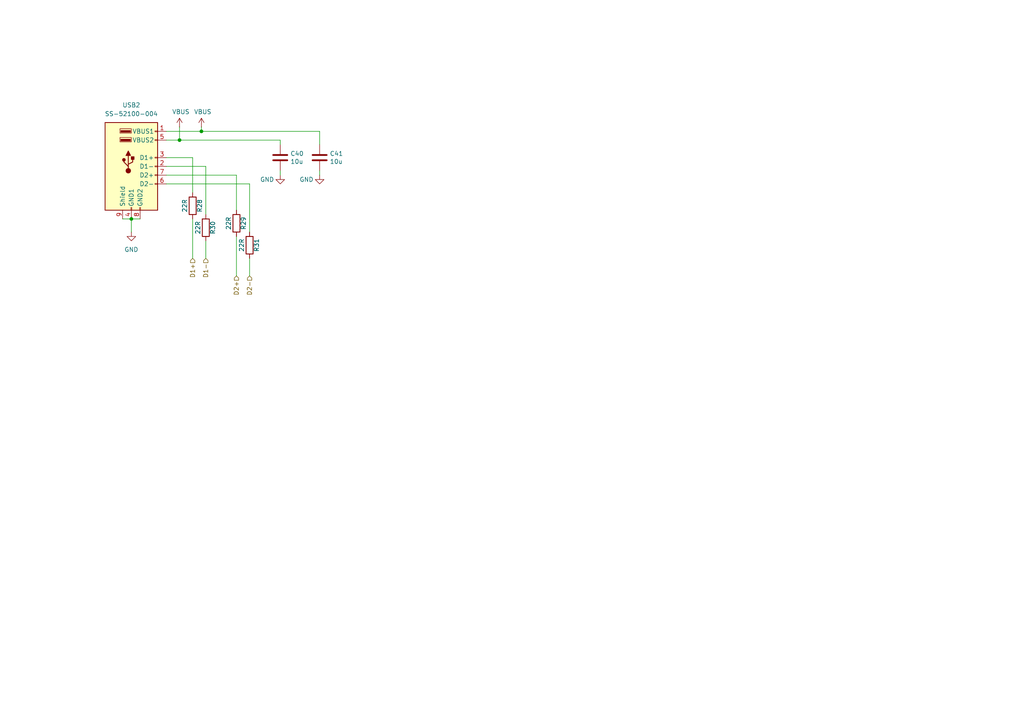
<source format=kicad_sch>
(kicad_sch (version 20250114) (generator "eeschema") (generator_version "9.0")
  (paper "A4")
  (title_block (title "MiniFRANK RM1U") (date "2025-03-04") (rev "1.01") (company "Mikhail Matveev") (comment 1 "https://github.com/xtremespb/frank"))
  (lib_symbols
    (symbol "Connector:USB_A_Stacked" (pin_names (offset 1.016))
      (property "Reference" "J" (at 0 15.875 0))
      (property "Value" "USB_A_Stacked" (at 0 13.97 0))
      (symbol "USB_A_Stacked_0_1"
        (rectangle (start -7.62 12.7) (end 7.62 -12.7) (stroke (width 0.254)) (fill (type background)))
        (circle (center -2.159 1.905) (radius 0.381) (stroke (width 0.254)) (fill (type outline)))
        (polyline (pts (xy -1.524 3.175) (xy -0.254 3.175) (xy -0.889 4.445) (xy -1.524 3.175)) (stroke (width 0.254)) (fill (type outline)))
        (polyline (pts (xy -0.889 0) (xy -0.889 0.635) (xy 0.381 1.27) (xy 0.381 2.54)) (stroke (width 0.254)))
        (polyline (pts (xy -0.889 -0.635) (xy -0.889 0) (xy -2.159 1.27) (xy -2.159 1.905)) (stroke (width 0.254)))
        (circle (center -0.889 -1.27) (radius 0.635) (stroke (width 0.254)) (fill (type outline)))
        (rectangle (start -0.254 9.906) (end -3.048 10.414) (fill (type outline)))
        (rectangle (start -0.254 7.366) (end -3.048 7.874) (fill (type outline)))
        (rectangle (start -0.127 -12.7) (end 0.127 -11.938))
        (rectangle (start 0 9.652) (end -3.302 10.922))
        (rectangle (start 0 7.112) (end -3.302 8.382))
        (rectangle (start 0 2.794) (end 0.762 2.032) (stroke (width 0.254)) (fill (type outline)))
        (rectangle (start 2.413 -12.7) (end 2.667 -11.938))
        (rectangle (start 7.62 10.033) (end 6.858 10.287))
        (rectangle (start 7.62 7.493) (end 6.858 7.747))
        (rectangle (start 7.62 2.413) (end 6.858 2.667))
        (rectangle (start 7.62 -0.127) (end 6.858 0.127))
        (rectangle (start 7.62 -2.667) (end 6.858 -2.413))
        (rectangle (start 7.62 -5.207) (end 6.858 -4.953))
      )
      (symbol "USB_A_Stacked_1_1"
        (polyline (pts (xy -0.889 0.635) (xy -0.889 3.175)) (stroke (width 0.254)))
        (pin passive line (at -2.54 -15.24 90) (length 2.54) (name "Shield") (number "9"))
        (pin power_in line (at 0 -15.24 90) (length 2.54) (name "GND1") (number "4"))
        (pin power_in line (at 2.54 -15.24 90) (length 2.54) (name "GND2") (number "8"))
        (pin power_in line (at 10.16 10.16 180) (length 2.54) (name "VBUS1") (number "1"))
        (pin power_in line (at 10.16 7.62 180) (length 2.54) (name "VBUS2") (number "5"))
        (pin bidirectional line (at 10.16 2.54 180) (length 2.54) (name "D1+") (number "3"))
        (pin bidirectional line (at 10.16 0 180) (length 2.54) (name "D1-") (number "2"))
        (pin bidirectional line (at 10.16 -2.54 180) (length 2.54) (name "D2+") (number "7"))
        (pin bidirectional line (at 10.16 -5.08 180) (length 2.54) (name "D2-") (number "6"))
      )
    )
    (symbol "Device:C" (pin_numbers (hide yes)) (pin_names (offset 0.254))
      (property "Reference" "C" (at 0.635 2.54 0))
      (property "Value" "C" (at 0.635 -2.54 0))
      (symbol "C_0_1"
        (polyline (pts (xy -2.032 0.762) (xy 2.032 0.762)) (stroke (width 0.508)))
        (polyline (pts (xy -2.032 -0.762) (xy 2.032 -0.762)) (stroke (width 0.508)))
      )
      (symbol "C_1_1"
        (pin passive line (at 0 3.81 270) (length 2.794) (name "~") (number "1"))
        (pin passive line (at 0 -3.81 90) (length 2.794) (name "~") (number "2"))
      )
    )
    (symbol "Device:R" (pin_numbers (hide yes)) (pin_names (offset 0))
      (property "Reference" "R" (at 2.032 0 90))
      (property "Value" "R" (at 0 0 90))
      (symbol "R_0_1"
        (rectangle (start -1.016 -2.54) (end 1.016 2.54) (stroke (width 0.254)))
      )
      (symbol "R_1_1"
        (pin passive line (at 0 3.81 270) (length 1.27) (name "~") (number "1"))
        (pin passive line (at 0 -3.81 90) (length 1.27) (name "~") (number "2"))
      )
    )
    (symbol "GND_1" (power) (pin_numbers (hide yes)) (pin_names (offset 0) (hide yes))
      (property "Value" "GND" (at 0 -3.81 0))
      (symbol "GND_1_0_1"
        (polyline (pts (xy 0 0) (xy 0 -1.27) (xy 1.27 -1.27) (xy 0 -2.54) (xy -1.27 -1.27) (xy 0 -1.27)))
      )
      (symbol "GND_1_1_1"
        (pin power_in line (at 0 0 270) (length 0) (name "~") (number "1"))
      )
    )
    (symbol "GND_2" (power) (pin_numbers (hide yes)) (pin_names (offset 0) (hide yes))
      (property "Value" "GND" (at 0 -3.81 0))
      (symbol "GND_2_0_1"
        (polyline (pts (xy 0 0) (xy 0 -1.27) (xy 1.27 -1.27) (xy 0 -2.54) (xy -1.27 -1.27) (xy 0 -1.27)))
      )
      (symbol "GND_2_1_1"
        (pin power_in line (at 0 0 270) (length 0) (name "~") (number "1"))
      )
    )
    (symbol "VBUS_1" (power) (pin_numbers (hide yes)) (pin_names (offset 0) (hide yes))
      (property "Value" "VBUS" (at 0 3.556 0))
      (symbol "VBUS_1_0_1"
        (polyline (pts (xy -0.762 1.27) (xy 0 2.54)))
        (polyline (pts (xy 0 2.54) (xy 0.762 1.27)))
        (polyline (pts (xy 0 0) (xy 0 2.54)))
      )
      (symbol "VBUS_1_1_1"
        (pin power_in line (at 0 0 90) (length 0) (name "~") (number "1"))
      )
    )
    (symbol "power:GND" (power) (pin_numbers (hide yes)) (pin_names (offset 0) (hide yes))
      (property "Value" "GND" (at 0 -3.81 0))
      (symbol "GND_0_1"
        (polyline (pts (xy 0 0) (xy 0 -1.27) (xy 1.27 -1.27) (xy 0 -2.54) (xy -1.27 -1.27) (xy 0 -1.27)))
      )
      (symbol "GND_1_1"
        (pin power_in line (at 0 0 270) (length 0) (name "~") (number "1"))
      )
    )
    (symbol "power:VBUS" (power) (pin_numbers (hide yes)) (pin_names (offset 0) (hide yes))
      (property "Value" "VBUS" (at 0 3.556 0))
      (symbol "VBUS_0_1"
        (polyline (pts (xy -0.762 1.27) (xy 0 2.54)))
        (polyline (pts (xy 0 2.54) (xy 0.762 1.27)))
        (polyline (pts (xy 0 0) (xy 0 2.54)))
      )
      (symbol "VBUS_1_1"
        (pin power_in line (at 0 0 90) (length 0) (name "~") (number "1"))
      )
    )
  )
  (junction (at 58.42 38.1))
  (junction (at 52.07 40.64))
  (junction (at 38.1 63.5))
  (wire (pts (xy 58.42 36.83) (xy 58.42 38.1)))
  (wire (pts (xy 55.88 45.72) (xy 55.88 55.88)))
  (wire (pts (xy 48.26 53.34) (xy 72.39 53.34)))
  (wire (pts (xy 48.26 50.8) (xy 68.58 50.8)))
  (wire (pts (xy 52.07 40.64) (xy 81.28 40.64)))
  (wire (pts (xy 55.88 63.5) (xy 55.88 74.93)))
  (wire (pts (xy 81.28 49.53) (xy 81.28 50.8)))
  (wire (pts (xy 72.39 53.34) (xy 72.39 67.31)))
  (wire (pts (xy 92.71 49.53) (xy 92.71 50.8)))
  (wire (pts (xy 35.56 63.5) (xy 38.1 63.5)))
  (wire (pts (xy 59.69 48.26) (xy 59.69 62.23)))
  (wire (pts (xy 68.58 68.58) (xy 68.58 80.01)))
  (wire (pts (xy 81.28 40.64) (xy 81.28 41.91)))
  (wire (pts (xy 38.1 63.5) (xy 38.1 67.31)))
  (wire (pts (xy 48.26 48.26) (xy 59.69 48.26)))
  (wire (pts (xy 92.71 41.91) (xy 92.71 38.1)))
  (wire (pts (xy 72.39 74.93) (xy 72.39 80.01)))
  (wire (pts (xy 38.1 63.5) (xy 40.64 63.5)))
  (wire (pts (xy 52.07 36.83) (xy 52.07 40.64)))
  (wire (pts (xy 58.42 38.1) (xy 92.71 38.1)))
  (wire (pts (xy 48.26 40.64) (xy 52.07 40.64)))
  (wire (pts (xy 59.69 69.85) (xy 59.69 74.93)))
  (wire (pts (xy 48.26 38.1) (xy 58.42 38.1)))
  (wire (pts (xy 48.26 45.72) (xy 55.88 45.72)))
  (wire (pts (xy 68.58 50.8) (xy 68.58 60.96)))
  (hierarchical_label "D2+" (shape input) (at 68.58 80.01 270))
  (hierarchical_label "D1-" (shape input) (at 59.69 74.93 270))
  (hierarchical_label "D1+" (shape input) (at 55.88 74.93 270))
  (hierarchical_label "D2-" (shape input) (at 72.39 80.01 270))
  (symbol (lib_id "Connector:USB_A_Stacked") (at 38.1 48.26 0) (unit 1)
    (property "Reference" "USB2" (at 38.1 30.48 0))
    (property "Value" "SS-52100-004" (at 38.1 33.02 0))
    (property "Footprint" "FRANK:USB Type A (stacked)" (effects (hide yes)))
    (property "Datasheet" "https://www.belfuse.com/resources/datasheets/stewartconnector/ds-stw-usb-2.0-and-3.0-connectors.pdf" (effects (hide yes)))
    (property "Description" "USB Type A connector, stacked" (effects (hide yes)))
    (property "AliExpress" "https://www.aliexpress.com/item/1005007077769791.html" (effects (hide yes)))
  )
  (symbol (lib_id "Device:C") (at 81.28 45.72 0) (unit 1)
    (property "Reference" "C40" (at 84.201 44.5516 0) (effects (justify left)))
    (property "Value" "10u" (at 84.201 46.863 0) (effects (justify left)))
    (property "Footprint" "FRANK:Capacitor (0805)" (effects (hide yes)))
    (property "Datasheet" "https://eu.mouser.com/datasheet/2/447/KEM_C1075_X7R_HT_SMD-3316221.pdf" (effects (hide yes)))
    (property "AliExpress" "https://www.aliexpress.com/item/33008008276.html" (effects (hide yes)))
  )
  (symbol (lib_id "Device:R") (at 59.69 66.04 0) (mirror x) (unit 1)
    (property "Reference" "R30" (at 61.722 66.04 90))
    (property "Value" "22R" (at 57.404 66.04 90))
    (property "Footprint" "FRANK:Resistor (0805)" (effects (hide yes)))
    (property "Datasheet" "https://www.vishay.com/docs/28952/mcs0402at-mct0603at-mcu0805at-mca1206at.pdf" (effects (hide yes)))
    (property "AliExpress" "https://www.aliexpress.com/item/1005005945735199.html" (effects (hide yes)))
  )
  (symbol (lib_id "Device:C") (at 92.71 45.72 0) (unit 1)
    (property "Reference" "C41" (at 95.631 44.5516 0) (effects (justify left)))
    (property "Value" "10u" (at 95.631 46.863 0) (effects (justify left)))
    (property "Footprint" "FRANK:Capacitor (0805)" (effects (hide yes)))
    (property "Datasheet" "https://eu.mouser.com/datasheet/2/447/KEM_C1075_X7R_HT_SMD-3316221.pdf" (effects (hide yes)))
    (property "AliExpress" "https://www.aliexpress.com/item/33008008276.html" (effects (hide yes)))
  )
  (symbol (lib_name "VBUS_1") (lib_id "power:VBUS") (at 52.07 36.83 0) (unit 1)
    (property "Reference" "#PWR061" (effects (hide yes)))
    (property "Value" "VBUS" (at 52.451 32.4358 0))
    (property "Description" "Power symbol creates a global label with name \"VBUS\"" (effects (hide yes)))
  )
  (symbol (lib_id "power:GND") (at 81.28 50.8 0) (unit 1)
    (property "Reference" "#PWR063" (effects (hide yes)))
    (property "Value" "GND" (at 77.47 52.07 0))
    (property "Description" "Power symbol creates a global label with name \"GND\" , ground" (effects (hide yes)))
  )
  (symbol (lib_id "Device:R") (at 68.58 64.77 0) (mirror x) (unit 1)
    (property "Reference" "R29" (at 70.612 64.77 90))
    (property "Value" "22R" (at 66.294 64.77 90))
    (property "Footprint" "FRANK:Resistor (0805)" (effects (hide yes)))
    (property "Datasheet" "https://www.vishay.com/docs/28952/mcs0402at-mct0603at-mcu0805at-mca1206at.pdf" (effects (hide yes)))
    (property "AliExpress" "https://www.aliexpress.com/item/1005005945735199.html" (effects (hide yes)))
  )
  (symbol (lib_name "GND_2") (lib_id "power:GND") (at 92.71 50.8 0) (unit 1)
    (property "Reference" "#PWR064" (effects (hide yes)))
    (property "Value" "GND" (at 88.9 52.07 0))
    (property "Description" "Power symbol creates a global label with name \"GND\" , ground" (effects (hide yes)))
  )
  (symbol (lib_id "Device:R") (at 55.88 59.69 0) (mirror x) (unit 1)
    (property "Reference" "R28" (at 57.912 59.69 90))
    (property "Value" "22R" (at 53.594 59.69 90))
    (property "Footprint" "FRANK:Resistor (0805)" (effects (hide yes)))
    (property "Datasheet" "https://www.vishay.com/docs/28952/mcs0402at-mct0603at-mcu0805at-mca1206at.pdf" (effects (hide yes)))
    (property "AliExpress" "https://www.aliexpress.com/item/1005005945735199.html" (effects (hide yes)))
  )
  (symbol (lib_id "power:VBUS") (at 58.42 36.83 0) (unit 1)
    (property "Reference" "#PWR062" (effects (hide yes)))
    (property "Value" "VBUS" (at 58.801 32.4358 0))
    (property "Description" "Power symbol creates a global label with name \"VBUS\"" (effects (hide yes)))
  )
  (symbol (lib_name "GND_1") (lib_id "power:GND") (at 38.1 67.31 0) (unit 1)
    (property "Reference" "#PWR065" (effects (hide yes)))
    (property "Value" "GND" (at 38.1 72.39 0))
    (property "Description" "Power symbol creates a global label with name \"GND\" , ground" (effects (hide yes)))
  )
  (symbol (lib_id "Device:R") (at 72.39 71.12 0) (mirror x) (unit 1)
    (property "Reference" "R31" (at 74.422 71.12 90))
    (property "Value" "22R" (at 70.104 71.12 90))
    (property "Footprint" "FRANK:Resistor (0805)" (effects (hide yes)))
    (property "Datasheet" "https://www.vishay.com/docs/28952/mcs0402at-mct0603at-mcu0805at-mca1206at.pdf" (effects (hide yes)))
    (property "AliExpress" "https://www.aliexpress.com/item/1005005945735199.html" (effects (hide yes)))
  )
)
</source>
